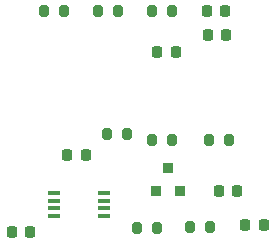
<source format=gbp>
%TF.GenerationSoftware,KiCad,Pcbnew,(6.0.9)*%
%TF.CreationDate,2023-09-05T16:32:31-05:00*%
%TF.ProjectId,Pulse_Temp,50756c73-655f-4546-956d-702e6b696361,rev?*%
%TF.SameCoordinates,Original*%
%TF.FileFunction,Paste,Bot*%
%TF.FilePolarity,Positive*%
%FSLAX46Y46*%
G04 Gerber Fmt 4.6, Leading zero omitted, Abs format (unit mm)*
G04 Created by KiCad (PCBNEW (6.0.9)) date 2023-09-05 16:32:31*
%MOMM*%
%LPD*%
G01*
G04 APERTURE LIST*
G04 Aperture macros list*
%AMRoundRect*
0 Rectangle with rounded corners*
0 $1 Rounding radius*
0 $2 $3 $4 $5 $6 $7 $8 $9 X,Y pos of 4 corners*
0 Add a 4 corners polygon primitive as box body*
4,1,4,$2,$3,$4,$5,$6,$7,$8,$9,$2,$3,0*
0 Add four circle primitives for the rounded corners*
1,1,$1+$1,$2,$3*
1,1,$1+$1,$4,$5*
1,1,$1+$1,$6,$7*
1,1,$1+$1,$8,$9*
0 Add four rect primitives between the rounded corners*
20,1,$1+$1,$2,$3,$4,$5,0*
20,1,$1+$1,$4,$5,$6,$7,0*
20,1,$1+$1,$6,$7,$8,$9,0*
20,1,$1+$1,$8,$9,$2,$3,0*%
G04 Aperture macros list end*
%ADD10R,1.041400X0.381000*%
%ADD11RoundRect,0.218750X0.218750X0.256250X-0.218750X0.256250X-0.218750X-0.256250X0.218750X-0.256250X0*%
%ADD12RoundRect,0.200000X0.200000X0.275000X-0.200000X0.275000X-0.200000X-0.275000X0.200000X-0.275000X0*%
%ADD13RoundRect,0.225000X0.225000X0.250000X-0.225000X0.250000X-0.225000X-0.250000X0.225000X-0.250000X0*%
%ADD14RoundRect,0.218750X-0.218750X-0.256250X0.218750X-0.256250X0.218750X0.256250X-0.218750X0.256250X0*%
%ADD15RoundRect,0.200000X-0.200000X-0.275000X0.200000X-0.275000X0.200000X0.275000X-0.200000X0.275000X0*%
%ADD16RoundRect,0.225000X-0.225000X-0.250000X0.225000X-0.250000X0.225000X0.250000X-0.225000X0.250000X0*%
%ADD17R,0.812800X0.889000*%
G04 APERTURE END LIST*
D10*
%TO.C,5V Reg*%
X165239700Y-88026240D03*
X165239700Y-88676480D03*
X165239700Y-89326720D03*
X165239700Y-89976960D03*
X160997900Y-89976960D03*
X160997900Y-89326720D03*
X160997900Y-88676480D03*
X160997900Y-88026240D03*
%TD*%
D11*
%TO.C,D1*%
X171323100Y-76098400D03*
X169748100Y-76098400D03*
%TD*%
D12*
%TO.C,4.7k_R4*%
X161861000Y-72644000D03*
X160211000Y-72644000D03*
%TD*%
D13*
%TO.C,10u_C3*%
X159017000Y-91287600D03*
X157467000Y-91287600D03*
%TD*%
D14*
%TO.C,2.2u_L1*%
X162128100Y-84836000D03*
X163703100Y-84836000D03*
%TD*%
D15*
%TO.C,10k_R1*%
X174181000Y-83566000D03*
X175831000Y-83566000D03*
%TD*%
D13*
%TO.C,0.1u_C1*%
X176543000Y-87884000D03*
X174993000Y-87884000D03*
%TD*%
D15*
%TO.C,100k_R1*%
X168085000Y-90982800D03*
X169735000Y-90982800D03*
%TD*%
%TO.C,1k_R6*%
X165545000Y-83007200D03*
X167195000Y-83007200D03*
%TD*%
D12*
%TO.C,4.7k_R3*%
X166433000Y-72644000D03*
X164783000Y-72644000D03*
%TD*%
D16*
%TO.C,1u_C4*%
X173977000Y-72644000D03*
X175527000Y-72644000D03*
%TD*%
D13*
%TO.C,10u_C1*%
X178778200Y-90728800D03*
X177228200Y-90728800D03*
%TD*%
%TO.C,0.1u_C6*%
X175628600Y-74625200D03*
X174078600Y-74625200D03*
%TD*%
D15*
%TO.C,10k_R2*%
X169355000Y-83566000D03*
X171005000Y-83566000D03*
%TD*%
%TO.C,750k_R2*%
X172555400Y-90932000D03*
X174205400Y-90932000D03*
%TD*%
%TO.C,4.7k_R5*%
X169355000Y-72644000D03*
X171005000Y-72644000D03*
%TD*%
D17*
%TO.C,Reg 1.8V*%
X171712999Y-87812999D03*
X169663001Y-87812999D03*
X170688000Y-85923000D03*
%TD*%
M02*

</source>
